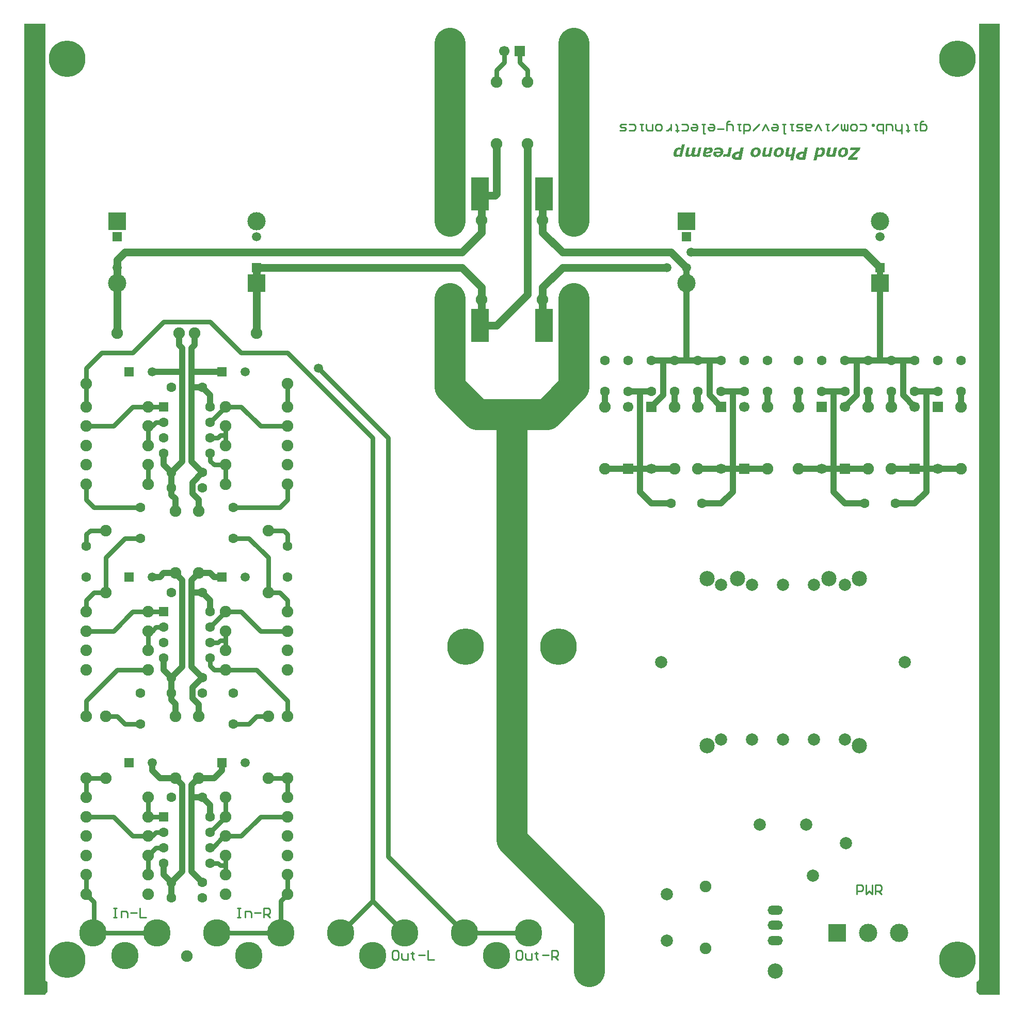
<source format=gtl>
%FSLAX24Y24*%
%MOIN*%
G70*
G01*
G75*
G04 Layer_Physical_Order=1*
G04 Layer_Color=255*
%ADD10R,0.1181X0.2165*%
%ADD11C,0.0300*%
%ADD12C,0.0400*%
%ADD13C,0.0500*%
%ADD14C,0.2000*%
%ADD15C,0.0100*%
%ADD16C,0.2362*%
%ADD17C,0.2362*%
%ADD18C,0.0787*%
%ADD19O,0.0984X0.0591*%
%ADD20C,0.0984*%
%ADD21C,0.0787*%
%ADD22C,0.0669*%
%ADD23R,0.0669X0.0669*%
%ADD24R,0.0669X0.0669*%
%ADD25C,0.0748*%
%ADD26C,0.0591*%
%ADD27R,0.0591X0.0591*%
%ADD28R,0.0591X0.0591*%
%ADD29C,0.0630*%
%ADD30R,0.1181X0.1181*%
%ADD31C,0.1181*%
%ADD32C,0.1181*%
%ADD33R,0.1181X0.1181*%
%ADD34C,0.1772*%
%ADD35C,0.0630*%
%ADD36R,0.0630X0.0630*%
%ADD37C,0.0748*%
%ADD38C,0.0512*%
%ADD39C,0.0500*%
%ADD40C,0.0591*%
G36*
X18923Y6473D02*
X18617D01*
X18598Y6475D01*
X18578Y6476D01*
X18556Y6478D01*
X18533Y6481D01*
X18512Y6485D01*
X18509D01*
X18501Y6487D01*
X18491Y6490D01*
X18477Y6492D01*
X18462Y6497D01*
X18446Y6504D01*
X18429Y6511D01*
X18413Y6520D01*
X18411Y6522D01*
X18406Y6525D01*
X18399Y6530D01*
X18390Y6538D01*
X18380Y6548D01*
X18369Y6560D01*
X18359Y6572D01*
X18350Y6588D01*
X18349Y6589D01*
X18347Y6595D01*
X18344Y6604D01*
X18339Y6615D01*
X18335Y6631D01*
X18333Y6647D01*
X18330Y6668D01*
X18329Y6689D01*
Y6690D01*
Y6695D01*
X18330Y6702D01*
Y6712D01*
X18333Y6723D01*
X18335Y6737D01*
X18339Y6753D01*
X18343Y6769D01*
X18349Y6787D01*
X18357Y6805D01*
X18367Y6822D01*
X18377Y6841D01*
X18391Y6860D01*
X18406Y6878D01*
X18424Y6896D01*
X18444Y6912D01*
X18446Y6914D01*
X18449Y6916D01*
X18456Y6920D01*
X18466Y6925D01*
X18477Y6933D01*
X18491Y6939D01*
X18509Y6947D01*
X18528Y6954D01*
X18550Y6963D01*
X18574Y6971D01*
X18600Y6977D01*
X18630Y6984D01*
X18660Y6990D01*
X18693Y6994D01*
X18729Y6996D01*
X18767Y6997D01*
X18843D01*
X18901Y7250D01*
X19102D01*
X18923Y6473D01*
D02*
G37*
G36*
X22467Y7108D02*
X21953Y6621D01*
X22336D01*
X22303Y6473D01*
X21689D01*
X21723Y6618D01*
X22235Y7103D01*
X21813D01*
X21849Y7250D01*
X22500D01*
X22467Y7108D01*
D02*
G37*
G36*
X16701Y6664D02*
X16512D01*
X16527Y6728D01*
X16526D01*
X16524Y6727D01*
X16517Y6722D01*
X16505Y6716D01*
X16491Y6707D01*
X16475Y6698D01*
X16458Y6688D01*
X16439Y6679D01*
X16421Y6670D01*
X16419Y6669D01*
X16413Y6666D01*
X16404Y6664D01*
X16390Y6659D01*
X16375Y6655D01*
X16356Y6652D01*
X16336Y6650D01*
X16315Y6648D01*
X16302D01*
X16288Y6651D01*
X16270Y6654D01*
X16250Y6657D01*
X16230Y6665D01*
X16210Y6674D01*
X16192Y6687D01*
X16189Y6688D01*
X16184Y6694D01*
X16178Y6703D01*
X16169Y6714D01*
X16161Y6731D01*
X16154Y6750D01*
X16149Y6773D01*
X16147Y6798D01*
Y6800D01*
Y6801D01*
Y6808D01*
X16149Y6819D01*
X16150Y6833D01*
Y6834D01*
Y6835D01*
X16151Y6839D01*
Y6844D01*
X16154Y6855D01*
X16156Y6869D01*
X16244Y7250D01*
X16433D01*
X16368Y6961D01*
Y6959D01*
X16367Y6956D01*
X16366Y6949D01*
X16364Y6942D01*
X16361Y6924D01*
X16357Y6906D01*
Y6905D01*
X16356Y6902D01*
Y6897D01*
X16354Y6892D01*
X16353Y6878D01*
Y6863D01*
Y6862D01*
Y6858D01*
X16354Y6852D01*
X16356Y6844D01*
X16361Y6827D01*
X16364Y6820D01*
X16371Y6813D01*
X16372Y6812D01*
X16375Y6811D01*
X16378Y6808D01*
X16385Y6805D01*
X16394Y6802D01*
X16404Y6800D01*
X16418Y6798D01*
X16433Y6797D01*
X16442D01*
X16448Y6798D01*
X16456Y6800D01*
X16465Y6801D01*
X16486Y6807D01*
X16487D01*
X16491Y6808D01*
X16498Y6811D01*
X16505Y6815D01*
X16515Y6819D01*
X16527Y6824D01*
X16552Y6836D01*
X16647Y7250D01*
X16835D01*
X16701Y6664D01*
D02*
G37*
G36*
X12104D02*
X11915D01*
X11931Y6728D01*
X11929D01*
X11928Y6727D01*
X11920Y6722D01*
X11910Y6716D01*
X11895Y6707D01*
X11880Y6698D01*
X11862Y6688D01*
X11844Y6679D01*
X11826Y6670D01*
X11824Y6669D01*
X11819Y6666D01*
X11809Y6664D01*
X11796Y6659D01*
X11781Y6655D01*
X11764Y6652D01*
X11745Y6650D01*
X11726Y6648D01*
X11716D01*
X11706Y6650D01*
X11692Y6652D01*
X11677Y6655D01*
X11660Y6660D01*
X11644Y6666D01*
X11628Y6675D01*
X11627Y6676D01*
X11622Y6680D01*
X11615Y6685D01*
X11607Y6694D01*
X11598Y6704D01*
X11588Y6718D01*
X11580Y6734D01*
X11573Y6751D01*
X11571D01*
X11570Y6749D01*
X11566Y6746D01*
X11561Y6742D01*
X11547Y6734D01*
X11531Y6722D01*
X11512Y6711D01*
X11490Y6698D01*
X11470Y6685D01*
X11448Y6675D01*
X11447D01*
X11446Y6674D01*
X11438Y6671D01*
X11428Y6666D01*
X11414Y6661D01*
X11398Y6657D01*
X11380Y6652D01*
X11359Y6650D01*
X11340Y6648D01*
X11328D01*
X11314Y6651D01*
X11297Y6654D01*
X11278Y6657D01*
X11259Y6665D01*
X11240Y6674D01*
X11224Y6687D01*
X11222Y6688D01*
X11217Y6694D01*
X11211Y6702D01*
X11202Y6714D01*
X11194Y6730D01*
X11188Y6749D01*
X11183Y6770D01*
X11182Y6796D01*
Y6797D01*
Y6798D01*
Y6806D01*
X11183Y6817D01*
X11184Y6831D01*
Y6833D01*
Y6834D01*
X11186Y6838D01*
Y6843D01*
X11188Y6855D01*
X11192Y6869D01*
X11279Y7250D01*
X11471D01*
X11403Y6958D01*
Y6957D01*
X11401Y6953D01*
X11400Y6947D01*
X11399Y6939D01*
X11395Y6921D01*
X11391Y6901D01*
Y6900D01*
X11390Y6896D01*
X11389Y6891D01*
X11387Y6885D01*
X11386Y6869D01*
X11385Y6855D01*
Y6854D01*
Y6850D01*
X11386Y6845D01*
X11387Y6839D01*
X11391Y6825D01*
X11396Y6819D01*
X11401Y6812D01*
X11403Y6811D01*
X11405Y6810D01*
X11409Y6807D01*
X11415Y6805D01*
X11423Y6802D01*
X11433Y6800D01*
X11446Y6797D01*
X11469D01*
X11474Y6798D01*
X11489Y6801D01*
X11507Y6807D01*
X11508D01*
X11512Y6808D01*
X11517Y6811D01*
X11524Y6815D01*
X11533Y6819D01*
X11543Y6824D01*
X11556Y6830D01*
X11569Y6836D01*
X11664Y7250D01*
X11854D01*
X11787Y6958D01*
Y6957D01*
X11786Y6953D01*
X11785Y6948D01*
X11783Y6942D01*
X11782Y6934D01*
X11779Y6924D01*
X11776Y6904D01*
Y6902D01*
X11774Y6898D01*
X11773Y6893D01*
X11772Y6886D01*
X11771Y6872D01*
X11769Y6864D01*
Y6858D01*
Y6857D01*
Y6853D01*
X11771Y6846D01*
X11772Y6840D01*
X11776Y6825D01*
X11781Y6819D01*
X11786Y6812D01*
X11787Y6811D01*
X11790Y6810D01*
X11793Y6807D01*
X11800Y6805D01*
X11807Y6802D01*
X11818Y6800D01*
X11830Y6797D01*
X11854D01*
X11861Y6798D01*
X11876Y6802D01*
X11895Y6808D01*
X11896D01*
X11900Y6810D01*
X11905Y6812D01*
X11913Y6816D01*
X11922Y6820D01*
X11932Y6825D01*
X11956Y6836D01*
X12051Y7250D01*
X12239D01*
X12104Y6664D01*
D02*
G37*
G36*
X21452Y7266D02*
X21463Y7265D01*
X21475Y7264D01*
X21489Y7263D01*
X21504Y7260D01*
X21537Y7253D01*
X21570Y7241D01*
X21586Y7235D01*
X21602Y7226D01*
X21617Y7217D01*
X21631Y7206D01*
X21632Y7204D01*
X21633Y7203D01*
X21637Y7199D01*
X21642Y7194D01*
X21647Y7188D01*
X21652Y7180D01*
X21659Y7171D01*
X21665Y7161D01*
X21673Y7148D01*
X21679Y7136D01*
X21689Y7107D01*
X21698Y7072D01*
X21699Y7053D01*
X21701Y7033D01*
Y7032D01*
Y7029D01*
Y7025D01*
Y7019D01*
X21699Y7013D01*
Y7004D01*
X21697Y6985D01*
X21694Y6962D01*
X21690Y6937D01*
X21684Y6911D01*
X21675Y6885D01*
Y6883D01*
X21674Y6881D01*
X21673Y6878D01*
X21670Y6873D01*
X21664Y6859D01*
X21655Y6843D01*
X21645Y6822D01*
X21631Y6802D01*
X21616Y6780D01*
X21598Y6760D01*
X21595Y6758D01*
X21589Y6751D01*
X21579Y6742D01*
X21563Y6730D01*
X21546Y6717D01*
X21525Y6703D01*
X21501Y6690D01*
X21476Y6678D01*
X21475D01*
X21472Y6676D01*
X21468Y6675D01*
X21463Y6673D01*
X21457Y6670D01*
X21448Y6668D01*
X21429Y6661D01*
X21405Y6656D01*
X21377Y6651D01*
X21346Y6647D01*
X21313Y6646D01*
X21301D01*
X21292Y6647D01*
X21280D01*
X21268Y6650D01*
X21254Y6651D01*
X21239Y6654D01*
X21206Y6661D01*
X21173Y6673D01*
X21156Y6679D01*
X21141Y6688D01*
X21126Y6697D01*
X21112Y6708D01*
X21110Y6709D01*
X21109Y6711D01*
X21105Y6714D01*
X21100Y6720D01*
X21095Y6726D01*
X21090Y6734D01*
X21084Y6742D01*
X21076Y6753D01*
X21070Y6764D01*
X21063Y6777D01*
X21053Y6807D01*
X21044Y6840D01*
X21043Y6859D01*
X21042Y6879D01*
Y6881D01*
Y6883D01*
Y6887D01*
Y6893D01*
X21043Y6901D01*
Y6910D01*
X21046Y6930D01*
X21048Y6953D01*
X21053Y6980D01*
X21061Y7006D01*
X21070Y7034D01*
Y7036D01*
X21071Y7037D01*
X21072Y7041D01*
X21075Y7046D01*
X21081Y7060D01*
X21090Y7076D01*
X21102Y7095D01*
X21114Y7117D01*
X21131Y7137D01*
X21149Y7157D01*
X21151Y7160D01*
X21157Y7166D01*
X21169Y7175D01*
X21183Y7188D01*
X21201Y7201D01*
X21221Y7214D01*
X21244Y7228D01*
X21269Y7240D01*
X21270D01*
X21272Y7241D01*
X21275Y7242D01*
X21282Y7244D01*
X21288Y7246D01*
X21296Y7249D01*
X21315Y7254D01*
X21339Y7259D01*
X21366Y7264D01*
X21397Y7266D01*
X21430Y7268D01*
X21443D01*
X21452Y7266D01*
D02*
G37*
G36*
X17301D02*
X17312Y7265D01*
X17324Y7264D01*
X17338Y7263D01*
X17353Y7260D01*
X17386Y7253D01*
X17419Y7241D01*
X17435Y7235D01*
X17451Y7226D01*
X17466Y7217D01*
X17480Y7206D01*
X17481Y7204D01*
X17482Y7203D01*
X17486Y7199D01*
X17491Y7194D01*
X17496Y7188D01*
X17501Y7180D01*
X17508Y7171D01*
X17514Y7161D01*
X17522Y7148D01*
X17528Y7136D01*
X17538Y7107D01*
X17547Y7072D01*
X17548Y7053D01*
X17550Y7033D01*
Y7032D01*
Y7029D01*
Y7025D01*
Y7019D01*
X17548Y7013D01*
Y7004D01*
X17546Y6985D01*
X17543Y6962D01*
X17539Y6937D01*
X17533Y6911D01*
X17524Y6885D01*
Y6883D01*
X17523Y6881D01*
X17522Y6878D01*
X17519Y6873D01*
X17513Y6859D01*
X17504Y6843D01*
X17494Y6822D01*
X17480Y6802D01*
X17465Y6780D01*
X17447Y6760D01*
X17444Y6758D01*
X17438Y6751D01*
X17428Y6742D01*
X17413Y6730D01*
X17395Y6717D01*
X17375Y6703D01*
X17350Y6690D01*
X17325Y6678D01*
X17324D01*
X17321Y6676D01*
X17317Y6675D01*
X17312Y6673D01*
X17306Y6670D01*
X17297Y6668D01*
X17278Y6661D01*
X17254Y6656D01*
X17226Y6651D01*
X17196Y6647D01*
X17163Y6646D01*
X17150D01*
X17141Y6647D01*
X17130D01*
X17117Y6650D01*
X17103Y6651D01*
X17088Y6654D01*
X17055Y6661D01*
X17022Y6673D01*
X17005Y6679D01*
X16990Y6688D01*
X16975Y6697D01*
X16961Y6708D01*
X16960Y6709D01*
X16958Y6711D01*
X16954Y6714D01*
X16949Y6720D01*
X16944Y6726D01*
X16939Y6734D01*
X16933Y6742D01*
X16925Y6753D01*
X16919Y6764D01*
X16913Y6777D01*
X16902Y6807D01*
X16894Y6840D01*
X16892Y6859D01*
X16891Y6879D01*
Y6881D01*
Y6883D01*
Y6887D01*
Y6893D01*
X16892Y6901D01*
Y6910D01*
X16895Y6930D01*
X16897Y6953D01*
X16902Y6980D01*
X16910Y7006D01*
X16919Y7034D01*
Y7036D01*
X16920Y7037D01*
X16921Y7041D01*
X16924Y7046D01*
X16930Y7060D01*
X16939Y7076D01*
X16951Y7095D01*
X16963Y7117D01*
X16980Y7137D01*
X16998Y7157D01*
X17000Y7160D01*
X17006Y7166D01*
X17018Y7175D01*
X17032Y7188D01*
X17050Y7201D01*
X17070Y7214D01*
X17093Y7228D01*
X17118Y7240D01*
X17119D01*
X17121Y7241D01*
X17125Y7242D01*
X17131Y7244D01*
X17137Y7246D01*
X17145Y7249D01*
X17164Y7254D01*
X17188Y7259D01*
X17215Y7264D01*
X17246Y7266D01*
X17279Y7268D01*
X17292D01*
X17301Y7266D01*
D02*
G37*
G36*
X13356Y7265D02*
X13368Y7264D01*
X13384Y7263D01*
X13399Y7261D01*
X13417Y7258D01*
X13453Y7250D01*
X13493Y7239D01*
X13510Y7231D01*
X13529Y7222D01*
X13546Y7212D01*
X13562Y7201D01*
X13564Y7199D01*
X13566Y7198D01*
X13570Y7194D01*
X13575Y7188D01*
X13581Y7181D01*
X13588Y7174D01*
X13595Y7164D01*
X13603Y7152D01*
X13611Y7141D01*
X13618Y7127D01*
X13625Y7112D01*
X13631Y7095D01*
X13636Y7077D01*
X13640Y7060D01*
X13642Y7039D01*
X13644Y7018D01*
Y7017D01*
Y7014D01*
Y7010D01*
Y7004D01*
X13642Y6997D01*
Y6989D01*
X13640Y6970D01*
X13637Y6947D01*
X13634Y6921D01*
X13627Y6896D01*
X13618Y6871D01*
Y6869D01*
X13617Y6868D01*
X13616Y6864D01*
X13613Y6859D01*
X13607Y6846D01*
X13598Y6830D01*
X13588Y6812D01*
X13574Y6792D01*
X13559Y6772D01*
X13541Y6753D01*
X13538Y6750D01*
X13532Y6745D01*
X13522Y6736D01*
X13508Y6725D01*
X13490Y6712D01*
X13470Y6699D01*
X13447Y6687D01*
X13422Y6675D01*
X13420D01*
X13418Y6674D01*
X13414Y6673D01*
X13409Y6670D01*
X13403Y6669D01*
X13394Y6666D01*
X13375Y6660D01*
X13351Y6655D01*
X13324Y6651D01*
X13295Y6647D01*
X13263Y6646D01*
X13250D01*
X13241Y6647D01*
X13230D01*
X13217Y6648D01*
X13203Y6650D01*
X13188Y6652D01*
X13156Y6659D01*
X13123Y6669D01*
X13093Y6681D01*
X13078Y6690D01*
X13065Y6699D01*
X13064D01*
X13062Y6702D01*
X13055Y6709D01*
X13043Y6722D01*
X13031Y6739D01*
X13019Y6761D01*
X13008Y6788D01*
X13000Y6820D01*
X12999Y6838D01*
X12998Y6857D01*
Y6858D01*
Y6863D01*
Y6869D01*
X12999Y6878D01*
Y6890D01*
X13000Y6901D01*
X13005Y6926D01*
Y6928D01*
X13007Y6931D01*
X13008Y6939D01*
X13010Y6947D01*
X13013Y6957D01*
X13017Y6968D01*
X13024Y6992D01*
X13460D01*
Y6995D01*
Y6999D01*
Y7000D01*
Y7005D01*
Y7006D01*
Y7008D01*
X13458Y7015D01*
X13457Y7027D01*
X13455Y7039D01*
X13449Y7055D01*
X13442Y7071D01*
X13432Y7086D01*
X13418Y7100D01*
X13415Y7102D01*
X13410Y7105D01*
X13400Y7112D01*
X13385Y7117D01*
X13367Y7123D01*
X13344Y7129D01*
X13318Y7133D01*
X13286Y7135D01*
X13276D01*
X13263Y7133D01*
X13248Y7132D01*
X13230Y7129D01*
X13210Y7126D01*
X13189Y7121D01*
X13169Y7114D01*
X13168D01*
X13167Y7113D01*
X13160Y7110D01*
X13149Y7107D01*
X13136Y7100D01*
X13121Y7094D01*
X13104Y7086D01*
X13088Y7077D01*
X13073Y7067D01*
X13051D01*
X13087Y7218D01*
X13089Y7220D01*
X13095Y7222D01*
X13107Y7226D01*
X13121Y7232D01*
X13139Y7237D01*
X13158Y7244D01*
X13179Y7249D01*
X13202Y7254D01*
X13205D01*
X13208Y7255D01*
X13212Y7256D01*
X13225Y7258D01*
X13241Y7260D01*
X13260Y7263D01*
X13282Y7264D01*
X13306Y7266D01*
X13345D01*
X13356Y7265D01*
D02*
G37*
G36*
X15807Y7266D02*
X15819Y7265D01*
X15830Y7264D01*
X15844Y7263D01*
X15859Y7260D01*
X15892Y7253D01*
X15925Y7241D01*
X15942Y7235D01*
X15957Y7226D01*
X15972Y7217D01*
X15986Y7206D01*
X15987Y7204D01*
X15989Y7203D01*
X15993Y7199D01*
X15998Y7194D01*
X16003Y7188D01*
X16008Y7180D01*
X16014Y7171D01*
X16020Y7161D01*
X16028Y7148D01*
X16034Y7136D01*
X16045Y7107D01*
X16053Y7072D01*
X16055Y7053D01*
X16056Y7033D01*
Y7032D01*
Y7029D01*
Y7025D01*
Y7019D01*
X16055Y7013D01*
Y7004D01*
X16052Y6985D01*
X16050Y6962D01*
X16046Y6937D01*
X16040Y6911D01*
X16031Y6885D01*
Y6883D01*
X16029Y6881D01*
X16028Y6878D01*
X16026Y6873D01*
X16019Y6859D01*
X16010Y6843D01*
X16000Y6822D01*
X15986Y6802D01*
X15971Y6780D01*
X15953Y6760D01*
X15951Y6758D01*
X15944Y6751D01*
X15934Y6742D01*
X15919Y6730D01*
X15901Y6717D01*
X15881Y6703D01*
X15857Y6690D01*
X15831Y6678D01*
X15830D01*
X15828Y6676D01*
X15824Y6675D01*
X15819Y6673D01*
X15812Y6670D01*
X15803Y6668D01*
X15784Y6661D01*
X15760Y6656D01*
X15732Y6651D01*
X15702Y6647D01*
X15669Y6646D01*
X15656D01*
X15647Y6647D01*
X15636D01*
X15623Y6650D01*
X15609Y6651D01*
X15594Y6654D01*
X15561Y6661D01*
X15528Y6673D01*
X15512Y6679D01*
X15496Y6688D01*
X15481Y6697D01*
X15467Y6708D01*
X15466Y6709D01*
X15465Y6711D01*
X15461Y6714D01*
X15456Y6720D01*
X15451Y6726D01*
X15446Y6734D01*
X15439Y6742D01*
X15432Y6753D01*
X15425Y6764D01*
X15419Y6777D01*
X15409Y6807D01*
X15400Y6840D01*
X15399Y6859D01*
X15397Y6879D01*
Y6881D01*
Y6883D01*
Y6887D01*
Y6893D01*
X15399Y6901D01*
Y6910D01*
X15401Y6930D01*
X15404Y6953D01*
X15409Y6980D01*
X15416Y7006D01*
X15425Y7034D01*
Y7036D01*
X15427Y7037D01*
X15428Y7041D01*
X15430Y7046D01*
X15437Y7060D01*
X15446Y7076D01*
X15457Y7095D01*
X15470Y7117D01*
X15486Y7137D01*
X15504Y7157D01*
X15507Y7160D01*
X15513Y7166D01*
X15524Y7175D01*
X15538Y7188D01*
X15556Y7201D01*
X15576Y7214D01*
X15599Y7228D01*
X15625Y7240D01*
X15626D01*
X15627Y7241D01*
X15631Y7242D01*
X15637Y7244D01*
X15644Y7246D01*
X15651Y7249D01*
X15670Y7254D01*
X15694Y7259D01*
X15721Y7264D01*
X15753Y7266D01*
X15786Y7268D01*
X15798D01*
X15807Y7266D01*
D02*
G37*
G36*
X18142Y6438D02*
X17953D01*
X18020Y6730D01*
X18019D01*
X18018Y6728D01*
X18010Y6723D01*
X18000Y6717D01*
X17986Y6708D01*
X17970Y6698D01*
X17952Y6688D01*
X17933Y6679D01*
X17915Y6670D01*
X17913Y6669D01*
X17906Y6666D01*
X17897Y6664D01*
X17883Y6659D01*
X17868Y6655D01*
X17849Y6652D01*
X17830Y6650D01*
X17809Y6648D01*
X17796D01*
X17781Y6651D01*
X17763Y6654D01*
X17744Y6659D01*
X17722Y6665D01*
X17703Y6675D01*
X17685Y6688D01*
X17683Y6689D01*
X17678Y6695D01*
X17671Y6704D01*
X17663Y6716D01*
X17655Y6732D01*
X17647Y6751D01*
X17642Y6773D01*
X17641Y6798D01*
Y6801D01*
Y6806D01*
X17642Y6816D01*
X17644Y6830D01*
Y6831D01*
Y6834D01*
X17645Y6838D01*
Y6843D01*
X17647Y6855D01*
X17650Y6869D01*
X17739Y7250D01*
X17928D01*
X17862Y6961D01*
Y6959D01*
X17861Y6956D01*
X17859Y6949D01*
X17858Y6942D01*
X17854Y6923D01*
X17850Y6905D01*
Y6904D01*
X17849Y6901D01*
Y6896D01*
X17848Y6891D01*
X17847Y6877D01*
X17845Y6863D01*
Y6862D01*
Y6858D01*
X17847Y6852D01*
X17848Y6844D01*
X17853Y6827D01*
X17857Y6820D01*
X17863Y6813D01*
X17864Y6812D01*
X17867Y6811D01*
X17871Y6808D01*
X17878Y6805D01*
X17887Y6802D01*
X17897Y6800D01*
X17911Y6798D01*
X17928Y6797D01*
X17937D01*
X17942Y6798D01*
X17949Y6800D01*
X17958Y6801D01*
X17980Y6807D01*
X17981D01*
X17985Y6808D01*
X17991Y6811D01*
X17999Y6815D01*
X18009Y6819D01*
X18019Y6824D01*
X18045Y6836D01*
X18141Y7250D01*
X18329D01*
X18142Y6438D01*
D02*
G37*
G36*
X-30153Y-46500D02*
X-30141Y-46559D01*
X-30108Y-46608D01*
X-30059Y-46641D01*
X-30000Y-46653D01*
Y-47347D01*
X-30059Y-47359D01*
X-30108Y-47392D01*
X-30141Y-47441D01*
X-30153Y-47500D01*
X-31500D01*
Y15250D01*
X-30153D01*
Y-46500D01*
D02*
G37*
G36*
X31500Y-47500D02*
X30153D01*
X30141Y-47441D01*
X30108Y-47392D01*
X30059Y-47359D01*
X30000Y-47347D01*
Y-46653D01*
X30059Y-46641D01*
X30108Y-46608D01*
X30141Y-46559D01*
X30153Y-46500D01*
Y15250D01*
X31500D01*
Y-47500D01*
D02*
G37*
G36*
X10972Y6664D02*
X10783D01*
X10797Y6726D01*
X10795Y6725D01*
X10788Y6720D01*
X10778Y6713D01*
X10766Y6704D01*
X10750Y6695D01*
X10735Y6687D01*
X10717Y6676D01*
X10701Y6669D01*
X10698Y6668D01*
X10693Y6665D01*
X10683Y6662D01*
X10672Y6659D01*
X10656Y6655D01*
X10639Y6651D01*
X10621Y6650D01*
X10601Y6648D01*
X10592D01*
X10585Y6650D01*
X10579D01*
X10570Y6651D01*
X10550Y6655D01*
X10528Y6661D01*
X10505Y6671D01*
X10484Y6685D01*
X10474Y6693D01*
X10465Y6703D01*
X10462Y6706D01*
X10457Y6713D01*
X10450Y6726D01*
X10441Y6742D01*
X10432Y6764D01*
X10424Y6789D01*
X10419Y6819D01*
X10417Y6853D01*
Y6854D01*
Y6857D01*
Y6860D01*
Y6867D01*
X10418Y6873D01*
Y6882D01*
X10420Y6902D01*
X10423Y6926D01*
X10428Y6952D01*
X10434Y6980D01*
X10443Y7009D01*
Y7010D01*
X10445Y7013D01*
X10446Y7017D01*
X10448Y7022D01*
X10455Y7036D01*
X10462Y7053D01*
X10472Y7074D01*
X10485Y7096D01*
X10499Y7118D01*
X10516Y7140D01*
X10518Y7142D01*
X10523Y7150D01*
X10533Y7160D01*
X10546Y7173D01*
X10563Y7188D01*
X10580Y7202D01*
X10601Y7217D01*
X10622Y7230D01*
X10623D01*
X10625Y7231D01*
X10632Y7235D01*
X10645Y7240D01*
X10661Y7245D01*
X10681Y7251D01*
X10703Y7256D01*
X10729Y7260D01*
X10755Y7261D01*
X10772D01*
X10783Y7260D01*
X10797Y7259D01*
X10811Y7258D01*
X10842Y7251D01*
X10843D01*
X10848Y7249D01*
X10856Y7247D01*
X10866Y7244D01*
X10876Y7240D01*
X10889Y7233D01*
X10913Y7221D01*
X10970Y7464D01*
X11158D01*
X10972Y6664D01*
D02*
G37*
G36*
X20037Y7265D02*
X20044D01*
X20052Y7264D01*
X20071Y7260D01*
X20094Y7253D01*
X20116Y7244D01*
X20138Y7230D01*
X20149Y7222D01*
X20159Y7212D01*
Y7211D01*
X20161Y7209D01*
X20164Y7206D01*
X20166Y7202D01*
X20175Y7189D01*
X20184Y7171D01*
X20193Y7148D01*
X20202Y7122D01*
X20207Y7090D01*
X20209Y7055D01*
Y7053D01*
Y7051D01*
Y7047D01*
Y7041D01*
X20208Y7033D01*
Y7024D01*
X20206Y7004D01*
X20203Y6980D01*
X20198Y6953D01*
X20192Y6926D01*
X20183Y6898D01*
Y6897D01*
X20182Y6895D01*
X20180Y6891D01*
X20178Y6886D01*
X20171Y6872D01*
X20164Y6854D01*
X20154Y6835D01*
X20141Y6812D01*
X20126Y6791D01*
X20109Y6769D01*
Y6768D01*
X20107Y6767D01*
X20102Y6760D01*
X20091Y6750D01*
X20079Y6737D01*
X20062Y6723D01*
X20044Y6708D01*
X20024Y6694D01*
X20001Y6681D01*
X20000D01*
X19999Y6680D01*
X19995Y6679D01*
X19990Y6676D01*
X19977Y6671D01*
X19961Y6665D01*
X19940Y6659D01*
X19919Y6654D01*
X19893Y6650D01*
X19868Y6648D01*
X19852D01*
X19840Y6650D01*
X19827Y6651D01*
X19814Y6652D01*
X19786Y6659D01*
X19784D01*
X19779Y6660D01*
X19772Y6662D01*
X19763Y6666D01*
X19751Y6670D01*
X19739Y6675D01*
X19712Y6689D01*
X19654Y6438D01*
X19465D01*
X19654Y7250D01*
X19841D01*
X19827Y7189D01*
X19829Y7190D01*
X19833Y7192D01*
X19838Y7195D01*
X19844Y7199D01*
X19859Y7209D01*
X19876Y7221D01*
X19877D01*
X19880Y7223D01*
X19883Y7226D01*
X19888Y7230D01*
X19904Y7237D01*
X19921Y7246D01*
X19923D01*
X19925Y7247D01*
X19930Y7249D01*
X19937Y7251D01*
X19952Y7256D01*
X19968Y7260D01*
X19970D01*
X19972Y7261D01*
X19977Y7263D01*
X19984D01*
X19991Y7264D01*
X20001Y7265D01*
X20023Y7266D01*
X20031D01*
X20037Y7265D01*
D02*
G37*
G36*
X14059Y6664D02*
X13870D01*
X13890Y6750D01*
X13887Y6749D01*
X13881Y6744D01*
X13870Y6736D01*
X13857Y6727D01*
X13840Y6717D01*
X13823Y6707D01*
X13804Y6697D01*
X13783Y6687D01*
X13781Y6685D01*
X13774Y6683D01*
X13763Y6679D01*
X13750Y6674D01*
X13734Y6670D01*
X13715Y6666D01*
X13696Y6664D01*
X13675Y6662D01*
X13661D01*
X13654Y6664D01*
X13639D01*
X13631Y6665D01*
X13674Y6844D01*
X13691D01*
X13693Y6843D01*
X13699Y6841D01*
X13711Y6840D01*
X13726Y6838D01*
X13730D01*
X13735Y6836D01*
X13740D01*
X13755Y6835D01*
X13786D01*
X13795Y6836D01*
X13805D01*
X13817Y6838D01*
X13843Y6841D01*
X13844D01*
X13849Y6843D01*
X13856Y6844D01*
X13864Y6845D01*
X13876Y6848D01*
X13887Y6852D01*
X13914Y6859D01*
X14005Y7250D01*
X14193D01*
X14059Y6664D01*
D02*
G37*
G36*
X20852D02*
X20662D01*
X20678Y6728D01*
X20676D01*
X20675Y6727D01*
X20668Y6722D01*
X20656Y6716D01*
X20642Y6707D01*
X20626Y6698D01*
X20609Y6688D01*
X20590Y6679D01*
X20572Y6670D01*
X20570Y6669D01*
X20564Y6666D01*
X20555Y6664D01*
X20541Y6659D01*
X20525Y6655D01*
X20506Y6652D01*
X20487Y6650D01*
X20466Y6648D01*
X20453D01*
X20439Y6651D01*
X20421Y6654D01*
X20401Y6657D01*
X20381Y6665D01*
X20360Y6674D01*
X20343Y6687D01*
X20340Y6688D01*
X20335Y6694D01*
X20329Y6703D01*
X20320Y6714D01*
X20312Y6731D01*
X20305Y6750D01*
X20300Y6773D01*
X20298Y6798D01*
Y6800D01*
Y6801D01*
Y6808D01*
X20300Y6819D01*
X20301Y6833D01*
Y6834D01*
Y6835D01*
X20302Y6839D01*
Y6844D01*
X20305Y6855D01*
X20307Y6869D01*
X20395Y7250D01*
X20584D01*
X20519Y6961D01*
Y6959D01*
X20518Y6956D01*
X20517Y6949D01*
X20515Y6942D01*
X20511Y6924D01*
X20508Y6906D01*
Y6905D01*
X20506Y6902D01*
Y6897D01*
X20505Y6892D01*
X20504Y6878D01*
Y6863D01*
Y6862D01*
Y6858D01*
X20505Y6852D01*
X20506Y6844D01*
X20511Y6827D01*
X20515Y6820D01*
X20522Y6813D01*
X20523Y6812D01*
X20525Y6811D01*
X20529Y6808D01*
X20536Y6805D01*
X20544Y6802D01*
X20555Y6800D01*
X20569Y6798D01*
X20584Y6797D01*
X20593D01*
X20599Y6798D01*
X20607Y6800D01*
X20616Y6801D01*
X20637Y6807D01*
X20638D01*
X20642Y6808D01*
X20649Y6811D01*
X20656Y6815D01*
X20666Y6819D01*
X20678Y6824D01*
X20703Y6836D01*
X20798Y7250D01*
X20986D01*
X20852Y6664D01*
D02*
G37*
G36*
X12810Y7265D02*
X12823Y7264D01*
X12839Y7261D01*
X12858Y7256D01*
X12878Y7249D01*
X12899Y7240D01*
X12917Y7226D01*
X12919Y7223D01*
X12924Y7218D01*
X12930Y7209D01*
X12939Y7197D01*
X12948Y7181D01*
X12955Y7164D01*
X12960Y7143D01*
X12962Y7119D01*
Y7118D01*
Y7117D01*
Y7113D01*
Y7108D01*
X12961Y7095D01*
X12958Y7079D01*
X12955Y7060D01*
X12948Y7041D01*
X12941Y7020D01*
X12930Y7001D01*
X12929Y6999D01*
X12924Y6994D01*
X12917Y6985D01*
X12906Y6973D01*
X12892Y6961D01*
X12876Y6948D01*
X12856Y6935D01*
X12833Y6924D01*
X12831D01*
X12830Y6923D01*
X12826Y6921D01*
X12823Y6920D01*
X12810Y6915D01*
X12792Y6909D01*
X12772Y6902D01*
X12746Y6896D01*
X12720Y6891D01*
X12689Y6886D01*
X12686D01*
X12680Y6885D01*
X12674Y6883D01*
X12667Y6882D01*
X12658D01*
X12647Y6879D01*
X12635Y6878D01*
X12608Y6876D01*
X12578Y6872D01*
X12545Y6869D01*
X12509Y6867D01*
Y6864D01*
Y6862D01*
X12508Y6858D01*
Y6857D01*
X12507Y6853D01*
X12505Y6848D01*
Y6841D01*
Y6840D01*
Y6835D01*
X12507Y6829D01*
X12509Y6821D01*
X12514Y6812D01*
X12519Y6805D01*
X12528Y6797D01*
X12540Y6791D01*
X12541Y6789D01*
X12546Y6788D01*
X12554Y6786D01*
X12565Y6783D01*
X12579Y6780D01*
X12597Y6778D01*
X12617Y6775D01*
X12649D01*
X12659Y6777D01*
X12672Y6778D01*
X12687Y6779D01*
X12705Y6782D01*
X12724Y6787D01*
X12744Y6792D01*
X12746D01*
X12753Y6794D01*
X12763Y6797D01*
X12776Y6801D01*
X12788Y6805D01*
X12802Y6808D01*
X12816Y6813D01*
X12828Y6817D01*
X12844D01*
X12818Y6678D01*
X12816D01*
X12811Y6676D01*
X12804Y6674D01*
X12792Y6671D01*
X12778Y6669D01*
X12760Y6666D01*
X12740Y6662D01*
X12716Y6659D01*
X12713D01*
X12710Y6657D01*
X12705D01*
X12691Y6655D01*
X12673Y6652D01*
X12653Y6651D01*
X12630Y6648D01*
X12604Y6647D01*
X12556D01*
X12545Y6648D01*
X12532D01*
X12518Y6650D01*
X12503Y6652D01*
X12470Y6656D01*
X12436Y6662D01*
X12404Y6671D01*
X12390Y6678D01*
X12377Y6684D01*
X12376D01*
X12375Y6685D01*
X12367Y6690D01*
X12357Y6699D01*
X12344Y6711D01*
X12333Y6727D01*
X12323Y6746D01*
X12315Y6769D01*
X12314Y6782D01*
X12312Y6796D01*
Y6797D01*
Y6803D01*
X12314Y6811D01*
X12315Y6822D01*
Y6824D01*
Y6825D01*
X12316Y6833D01*
X12318Y6841D01*
X12320Y6852D01*
X12411Y7250D01*
X12597D01*
X12583Y7189D01*
X12584D01*
X12585Y7192D01*
X12589Y7194D01*
X12594Y7197D01*
X12608Y7206D01*
X12626Y7217D01*
X12627D01*
X12630Y7220D01*
X12635Y7222D01*
X12641Y7226D01*
X12655Y7233D01*
X12672Y7242D01*
X12673D01*
X12677Y7244D01*
X12682Y7246D01*
X12689Y7249D01*
X12707Y7255D01*
X12726Y7260D01*
X12727D01*
X12731Y7261D01*
X12736Y7263D01*
X12744D01*
X12754Y7264D01*
X12767Y7265D01*
X12781Y7266D01*
X12805D01*
X12810Y7265D01*
D02*
G37*
G36*
X14787Y6473D02*
X14481D01*
X14462Y6475D01*
X14442Y6476D01*
X14420Y6478D01*
X14397Y6481D01*
X14376Y6485D01*
X14373D01*
X14366Y6487D01*
X14356Y6490D01*
X14342Y6492D01*
X14326Y6497D01*
X14310Y6504D01*
X14293Y6511D01*
X14277Y6520D01*
X14276Y6522D01*
X14271Y6525D01*
X14263Y6530D01*
X14254Y6538D01*
X14244Y6548D01*
X14234Y6560D01*
X14224Y6572D01*
X14215Y6588D01*
X14213Y6589D01*
X14211Y6595D01*
X14208Y6604D01*
X14203Y6615D01*
X14199Y6631D01*
X14197Y6647D01*
X14194Y6668D01*
X14193Y6689D01*
Y6690D01*
Y6695D01*
X14194Y6702D01*
Y6712D01*
X14197Y6723D01*
X14199Y6737D01*
X14203Y6753D01*
X14207Y6769D01*
X14213Y6787D01*
X14221Y6805D01*
X14231Y6822D01*
X14241Y6841D01*
X14255Y6860D01*
X14271Y6878D01*
X14288Y6896D01*
X14309Y6912D01*
X14310Y6914D01*
X14314Y6916D01*
X14320Y6920D01*
X14330Y6925D01*
X14342Y6933D01*
X14356Y6939D01*
X14373Y6947D01*
X14392Y6954D01*
X14414Y6963D01*
X14438Y6971D01*
X14465Y6977D01*
X14494Y6984D01*
X14524Y6990D01*
X14557Y6994D01*
X14593Y6996D01*
X14631Y6997D01*
X14707D01*
X14765Y7250D01*
X14966D01*
X14787Y6473D01*
D02*
G37*
%LPC*%
G36*
X14673Y6850D02*
X14585D01*
X14578Y6849D01*
X14569Y6848D01*
X14548Y6845D01*
X14526Y6841D01*
X14501Y6835D01*
X14479Y6826D01*
X14458Y6813D01*
X14456Y6812D01*
X14451Y6806D01*
X14442Y6798D01*
X14433Y6786D01*
X14424Y6770D01*
X14415Y6753D01*
X14410Y6731D01*
X14408Y6707D01*
Y6704D01*
Y6699D01*
X14409Y6692D01*
X14411Y6681D01*
X14415Y6670D01*
X14422Y6659D01*
X14429Y6648D01*
X14441Y6640D01*
X14442Y6638D01*
X14447Y6636D01*
X14455Y6632D01*
X14465Y6628D01*
X14479Y6624D01*
X14495Y6621D01*
X14515Y6618D01*
X14538Y6617D01*
X14618D01*
X14673Y6850D01*
D02*
G37*
G36*
X18808D02*
X18721D01*
X18713Y6849D01*
X18704Y6848D01*
X18684Y6845D01*
X18661Y6841D01*
X18637Y6835D01*
X18614Y6826D01*
X18594Y6813D01*
X18591Y6812D01*
X18586Y6806D01*
X18578Y6798D01*
X18569Y6786D01*
X18560Y6770D01*
X18551Y6753D01*
X18546Y6731D01*
X18543Y6707D01*
Y6704D01*
Y6699D01*
X18545Y6692D01*
X18547Y6681D01*
X18551Y6670D01*
X18557Y6659D01*
X18565Y6648D01*
X18576Y6640D01*
X18578Y6638D01*
X18583Y6636D01*
X18590Y6632D01*
X18600Y6628D01*
X18614Y6624D01*
X18631Y6621D01*
X18651Y6618D01*
X18674Y6617D01*
X18754D01*
X18808Y6850D01*
D02*
G37*
G36*
X19914Y7128D02*
X19909D01*
X19904Y7127D01*
X19897D01*
X19890Y7126D01*
X19881Y7123D01*
X19860Y7117D01*
X19859D01*
X19855Y7114D01*
X19850Y7112D01*
X19843Y7109D01*
X19825Y7100D01*
X19805Y7090D01*
X19739Y6803D01*
X19740D01*
X19741Y6802D01*
X19745Y6801D01*
X19749Y6798D01*
X19763Y6794D01*
X19779Y6789D01*
X19781D01*
X19783Y6788D01*
X19788Y6787D01*
X19793Y6786D01*
X19807Y6784D01*
X19822Y6783D01*
X19830D01*
X19839Y6784D01*
X19849Y6786D01*
X19862Y6788D01*
X19876Y6792D01*
X19890Y6797D01*
X19904Y6803D01*
X19905Y6805D01*
X19910Y6807D01*
X19916Y6811D01*
X19925Y6817D01*
X19935Y6825D01*
X19945Y6835D01*
X19956Y6845D01*
X19966Y6858D01*
X19967Y6859D01*
X19970Y6863D01*
X19973Y6871D01*
X19978Y6879D01*
X19985Y6891D01*
X19990Y6904D01*
X19996Y6919D01*
X20001Y6937D01*
Y6939D01*
X20004Y6944D01*
X20005Y6954D01*
X20008Y6966D01*
X20010Y6980D01*
X20011Y6995D01*
X20014Y7028D01*
Y7030D01*
Y7037D01*
X20013Y7046D01*
X20011Y7057D01*
X20008Y7070D01*
X20004Y7082D01*
X19998Y7095D01*
X19990Y7105D01*
X19989Y7107D01*
X19985Y7109D01*
X19980Y7113D01*
X19971Y7117D01*
X19961Y7121D01*
X19947Y7124D01*
X19932Y7127D01*
X19914Y7128D01*
D02*
G37*
G36*
X10804Y7131D02*
X10796D01*
X10787Y7129D01*
X10776Y7128D01*
X10763Y7126D01*
X10749Y7123D01*
X10735Y7118D01*
X10721Y7112D01*
X10720Y7110D01*
X10715Y7108D01*
X10708Y7103D01*
X10700Y7098D01*
X10691Y7089D01*
X10681Y7080D01*
X10670Y7070D01*
X10661Y7057D01*
X10660Y7056D01*
X10658Y7051D01*
X10654Y7044D01*
X10649Y7036D01*
X10642Y7024D01*
X10637Y7011D01*
X10632Y6996D01*
X10627Y6981D01*
Y6978D01*
X10625Y6973D01*
X10623Y6964D01*
X10621Y6952D01*
X10618Y6938D01*
X10617Y6923D01*
X10615Y6905D01*
Y6886D01*
Y6883D01*
Y6878D01*
X10616Y6869D01*
X10617Y6858D01*
X10620Y6846D01*
X10623Y6834D01*
X10629Y6822D01*
X10636Y6812D01*
X10637Y6811D01*
X10640Y6808D01*
X10645Y6805D01*
X10653Y6800D01*
X10663Y6794D01*
X10675Y6791D01*
X10691Y6788D01*
X10710Y6787D01*
X10720D01*
X10727Y6788D01*
X10744Y6791D01*
X10764Y6797D01*
X10766D01*
X10769Y6798D01*
X10774Y6801D01*
X10781Y6803D01*
X10790Y6807D01*
X10799Y6812D01*
X10820Y6822D01*
X10889Y7117D01*
X10887D01*
X10886Y7118D01*
X10882Y7119D01*
X10877Y7121D01*
X10866Y7123D01*
X10851Y7127D01*
X10847D01*
X10842Y7128D01*
X10837D01*
X10821Y7129D01*
X10804Y7131D01*
D02*
G37*
G36*
X12696Y7143D02*
X12675D01*
X12670Y7142D01*
X12663D01*
X12654Y7141D01*
X12644Y7138D01*
X12621Y7131D01*
X12620D01*
X12616Y7128D01*
X12609Y7126D01*
X12602Y7122D01*
X12583Y7112D01*
X12562Y7098D01*
X12533Y6973D01*
X12536D01*
X12542Y6975D01*
X12551D01*
X12564Y6977D01*
X12579Y6978D01*
X12594Y6980D01*
X12628Y6985D01*
X12630D01*
X12636Y6986D01*
X12644Y6987D01*
X12654Y6989D01*
X12665Y6991D01*
X12678Y6994D01*
X12702Y7001D01*
X12703D01*
X12707Y7004D01*
X12713Y7006D01*
X12720Y7010D01*
X12736Y7020D01*
X12744Y7027D01*
X12750Y7034D01*
X12752Y7036D01*
X12753Y7038D01*
X12755Y7042D01*
X12758Y7048D01*
X12762Y7056D01*
X12764Y7066D01*
X12766Y7076D01*
X12767Y7089D01*
Y7090D01*
Y7094D01*
X12766Y7099D01*
X12764Y7105D01*
X12762Y7113D01*
X12758Y7119D01*
X12753Y7127D01*
X12745Y7132D01*
X12744D01*
X12741Y7133D01*
X12736Y7136D01*
X12729Y7137D01*
X12720Y7140D01*
X12708Y7142D01*
X12696Y7143D01*
D02*
G37*
G36*
X21406Y7140D02*
X21400D01*
X21393Y7138D01*
X21385Y7137D01*
X21374Y7136D01*
X21364Y7132D01*
X21352Y7128D01*
X21340Y7122D01*
X21339Y7121D01*
X21335Y7118D01*
X21329Y7114D01*
X21321Y7108D01*
X21313Y7102D01*
X21305Y7093D01*
X21296Y7082D01*
X21287Y7071D01*
X21286Y7070D01*
X21283Y7065D01*
X21278Y7057D01*
X21273Y7047D01*
X21268Y7036D01*
X21261Y7022D01*
X21255Y7006D01*
X21250Y6991D01*
Y6989D01*
X21247Y6984D01*
X21246Y6975D01*
X21244Y6962D01*
X21241Y6947D01*
X21240Y6929D01*
X21237Y6909D01*
Y6886D01*
Y6883D01*
Y6877D01*
X21239Y6867D01*
X21240Y6855D01*
X21244Y6843D01*
X21247Y6829D01*
X21254Y6815D01*
X21261Y6803D01*
X21263Y6802D01*
X21267Y6798D01*
X21272Y6794D01*
X21279Y6788D01*
X21291Y6783D01*
X21303Y6779D01*
X21319Y6775D01*
X21336Y6774D01*
X21343D01*
X21350Y6775D01*
X21360Y6777D01*
X21372Y6779D01*
X21383Y6783D01*
X21396Y6788D01*
X21407Y6794D01*
X21409Y6796D01*
X21412Y6798D01*
X21418Y6802D01*
X21425Y6808D01*
X21433Y6816D01*
X21442Y6825D01*
X21451Y6836D01*
X21459Y6849D01*
X21461Y6850D01*
X21463Y6854D01*
X21467Y6862D01*
X21472Y6871D01*
X21477Y6883D01*
X21484Y6897D01*
X21489Y6912D01*
X21494Y6930D01*
Y6933D01*
X21495Y6939D01*
X21497Y6948D01*
X21499Y6961D01*
X21501Y6976D01*
X21504Y6992D01*
X21505Y7010D01*
Y7029D01*
Y7030D01*
Y7032D01*
Y7039D01*
X21504Y7049D01*
X21501Y7062D01*
X21499Y7076D01*
X21494Y7090D01*
X21487Y7103D01*
X21478Y7114D01*
X21477Y7115D01*
X21473Y7118D01*
X21467Y7122D01*
X21459Y7127D01*
X21449Y7132D01*
X21437Y7136D01*
X21423Y7138D01*
X21406Y7140D01*
D02*
G37*
G36*
X13442Y6882D02*
X13188D01*
Y6881D01*
X13187Y6877D01*
Y6872D01*
X13186Y6865D01*
Y6864D01*
X13184Y6860D01*
Y6855D01*
Y6849D01*
Y6848D01*
Y6843D01*
X13186Y6835D01*
X13188Y6826D01*
X13191Y6816D01*
X13196Y6806D01*
X13202Y6796D01*
X13211Y6787D01*
X13212Y6786D01*
X13216Y6783D01*
X13221Y6779D01*
X13230Y6775D01*
X13240Y6772D01*
X13253Y6768D01*
X13268Y6765D01*
X13285Y6764D01*
X13295D01*
X13305Y6765D01*
X13319Y6768D01*
X13334Y6772D01*
X13351Y6778D01*
X13367Y6786D01*
X13382Y6796D01*
X13384Y6797D01*
X13389Y6802D01*
X13396Y6808D01*
X13404Y6819D01*
X13414Y6831D01*
X13424Y6845D01*
X13433Y6863D01*
X13442Y6882D01*
D02*
G37*
G36*
X15762Y7140D02*
X15755D01*
X15749Y7138D01*
X15740Y7137D01*
X15730Y7136D01*
X15720Y7132D01*
X15707Y7128D01*
X15696Y7122D01*
X15694Y7121D01*
X15691Y7118D01*
X15684Y7114D01*
X15677Y7108D01*
X15669Y7102D01*
X15660Y7093D01*
X15651Y7082D01*
X15642Y7071D01*
X15641Y7070D01*
X15639Y7065D01*
X15633Y7057D01*
X15628Y7047D01*
X15623Y7036D01*
X15617Y7022D01*
X15611Y7006D01*
X15606Y6991D01*
Y6989D01*
X15603Y6984D01*
X15602Y6975D01*
X15599Y6962D01*
X15597Y6947D01*
X15595Y6929D01*
X15593Y6909D01*
Y6886D01*
Y6883D01*
Y6877D01*
X15594Y6867D01*
X15595Y6855D01*
X15599Y6843D01*
X15603Y6829D01*
X15609Y6815D01*
X15617Y6803D01*
X15618Y6802D01*
X15622Y6798D01*
X15627Y6794D01*
X15635Y6788D01*
X15646Y6783D01*
X15659Y6779D01*
X15674Y6775D01*
X15692Y6774D01*
X15698D01*
X15706Y6775D01*
X15716Y6777D01*
X15727Y6779D01*
X15739Y6783D01*
X15751Y6788D01*
X15763Y6794D01*
X15764Y6796D01*
X15768Y6798D01*
X15773Y6802D01*
X15781Y6808D01*
X15788Y6816D01*
X15797Y6825D01*
X15806Y6836D01*
X15815Y6849D01*
X15816Y6850D01*
X15819Y6854D01*
X15823Y6862D01*
X15828Y6871D01*
X15833Y6883D01*
X15839Y6897D01*
X15844Y6912D01*
X15849Y6930D01*
Y6933D01*
X15850Y6939D01*
X15853Y6948D01*
X15854Y6961D01*
X15857Y6976D01*
X15859Y6992D01*
X15861Y7010D01*
Y7029D01*
Y7030D01*
Y7032D01*
Y7039D01*
X15859Y7049D01*
X15857Y7062D01*
X15854Y7076D01*
X15849Y7090D01*
X15843Y7103D01*
X15834Y7114D01*
X15833Y7115D01*
X15829Y7118D01*
X15823Y7122D01*
X15815Y7127D01*
X15805Y7132D01*
X15792Y7136D01*
X15778Y7138D01*
X15762Y7140D01*
D02*
G37*
G36*
X17255D02*
X17249D01*
X17243Y7138D01*
X17234Y7137D01*
X17224Y7136D01*
X17213Y7132D01*
X17201Y7128D01*
X17189Y7122D01*
X17188Y7121D01*
X17184Y7118D01*
X17178Y7114D01*
X17170Y7108D01*
X17163Y7102D01*
X17154Y7093D01*
X17145Y7082D01*
X17136Y7071D01*
X17135Y7070D01*
X17132Y7065D01*
X17127Y7057D01*
X17122Y7047D01*
X17117Y7036D01*
X17111Y7022D01*
X17104Y7006D01*
X17099Y6991D01*
Y6989D01*
X17097Y6984D01*
X17095Y6975D01*
X17093Y6962D01*
X17090Y6947D01*
X17089Y6929D01*
X17086Y6909D01*
Y6886D01*
Y6883D01*
Y6877D01*
X17088Y6867D01*
X17089Y6855D01*
X17093Y6843D01*
X17097Y6829D01*
X17103Y6815D01*
X17111Y6803D01*
X17112Y6802D01*
X17116Y6798D01*
X17121Y6794D01*
X17128Y6788D01*
X17140Y6783D01*
X17152Y6779D01*
X17168Y6775D01*
X17185Y6774D01*
X17192D01*
X17199Y6775D01*
X17210Y6777D01*
X17221Y6779D01*
X17232Y6783D01*
X17245Y6788D01*
X17256Y6794D01*
X17258Y6796D01*
X17262Y6798D01*
X17267Y6802D01*
X17274Y6808D01*
X17282Y6816D01*
X17291Y6825D01*
X17300Y6836D01*
X17309Y6849D01*
X17310Y6850D01*
X17312Y6854D01*
X17316Y6862D01*
X17321Y6871D01*
X17326Y6883D01*
X17333Y6897D01*
X17338Y6912D01*
X17343Y6930D01*
Y6933D01*
X17344Y6939D01*
X17347Y6948D01*
X17348Y6961D01*
X17350Y6976D01*
X17353Y6992D01*
X17354Y7010D01*
Y7029D01*
Y7030D01*
Y7032D01*
Y7039D01*
X17353Y7049D01*
X17350Y7062D01*
X17348Y7076D01*
X17343Y7090D01*
X17336Y7103D01*
X17328Y7114D01*
X17326Y7115D01*
X17322Y7118D01*
X17316Y7122D01*
X17309Y7127D01*
X17298Y7132D01*
X17286Y7136D01*
X17272Y7138D01*
X17255Y7140D01*
D02*
G37*
%LPD*%
D10*
X-2067Y-4250D02*
D03*
X2067D02*
D03*
X-2067Y4250D02*
D03*
X2067D02*
D03*
D11*
X-8000Y-38561D02*
Y-11500D01*
X-12500Y-7000D02*
X-8000Y-11500D01*
Y-38561D02*
X-3067Y-43494D01*
X1067D01*
X-9000Y-41427D02*
Y-11500D01*
X-26500Y-6000D02*
X-24500D01*
X-27500Y-9500D02*
Y-7000D01*
X-26500Y-6000D01*
X-24500D02*
X-22500Y-4000D01*
X-19500D01*
X-17500Y-6000D01*
X-14500D01*
X-9000Y-11500D01*
Y-41427D02*
X-6933Y-43494D01*
X-11067D02*
X-9000Y-41427D01*
X-14500Y-9500D02*
Y-8000D01*
X492Y12758D02*
X1000Y12250D01*
Y11500D02*
Y12250D01*
X492Y12758D02*
Y13500D01*
X-1000Y11500D02*
Y12250D01*
X-500Y12750D01*
Y13492D01*
X-492Y13500D01*
X-19067Y-43494D02*
X-14933D01*
X-27067D02*
X-22933D01*
X-18600Y-37250D02*
X-17500D01*
X-19350Y-38000D02*
X-18600Y-37250D01*
X-19500Y-38000D02*
X-19350D01*
X-14933Y-43494D02*
Y-41433D01*
X-15000Y-43500D02*
Y-43494D01*
X-14933Y-41433D02*
X-14500Y-41000D01*
X-18500Y-9500D02*
X-17500D01*
X-18500Y-22750D02*
X-17500D01*
X-19500Y-23750D02*
X-18500Y-22750D01*
X-19500Y-37000D02*
X-18500Y-36000D01*
X-18850Y-39150D02*
X-18500D01*
X-19500Y-39000D02*
X-19000D01*
X-18850Y-39150D01*
X-19000Y-24750D02*
X-18850Y-24600D01*
X-19500Y-24750D02*
X-19000D01*
X-18850Y-24600D02*
X-18500D01*
X-19500Y-26250D02*
Y-25750D01*
Y-26250D02*
X-19250Y-26500D01*
X-18500D01*
X-19250Y-13250D02*
X-18500D01*
X-19500Y-13000D02*
X-19250Y-13250D01*
X-19500Y-13000D02*
Y-12500D01*
Y-10500D02*
X-18500Y-9500D01*
Y-12000D02*
Y-10750D01*
X-18850Y-11350D02*
X-18500D01*
X-19500Y-11500D02*
X-19000D01*
X-18850Y-11350D01*
X-14500Y-41000D02*
Y-39750D01*
X-18500D02*
Y-38500D01*
X-16250Y-36000D02*
X-14500D01*
X-17500Y-37250D02*
X-16250Y-36000D01*
X-18500D02*
Y-34750D01*
X-14500D02*
Y-33500D01*
X-15750D02*
X-14500D01*
X-16500Y-29500D02*
X-15750D01*
X-17000Y-30000D02*
X-16500Y-29500D01*
X-18000Y-30000D02*
X-17000D01*
X-14500Y-29500D02*
Y-28500D01*
X-16500Y-26500D02*
X-14500Y-28500D01*
X-18500Y-26500D02*
X-16500D01*
X-18500Y-25250D02*
Y-24000D01*
X-17500Y-22750D02*
X-16250Y-24000D01*
X-14500D01*
X-17500Y-9500D02*
X-16250Y-10750D01*
X-14500D01*
Y-22750D02*
Y-22000D01*
X-15000Y-21500D02*
X-14500Y-22000D01*
X-15750Y-21500D02*
X-15000D01*
X-18500Y-14500D02*
Y-13250D01*
X-15750Y-17500D02*
X-14750D01*
X-14500Y-17750D01*
Y-18500D02*
Y-17750D01*
X-15750Y-21500D02*
Y-19250D01*
X-17000Y-18000D02*
X-15750Y-19250D01*
X-18000Y-18000D02*
X-17000D01*
X-18000Y-16000D02*
X-15000D01*
X-14500Y-15500D01*
Y-14500D01*
X-27500Y-15500D02*
Y-14500D01*
Y-15500D02*
X-27000Y-16000D01*
X-24000D01*
X-25000Y-18000D02*
X-24000D01*
X-26250Y-19250D02*
X-25000Y-18000D01*
X-26250Y-21500D02*
Y-19250D01*
X-27500Y-18500D02*
Y-17750D01*
X-27250Y-17500D01*
X-26250D01*
X-23500Y-14500D02*
Y-13250D01*
Y-10750D02*
X-23250D01*
X-23500Y-12000D02*
Y-10750D01*
X-24500Y-9500D02*
X-22500D01*
X-27000Y-21500D02*
X-26250D01*
X-27500Y-22000D02*
X-27000Y-21500D01*
X-27500Y-22750D02*
Y-22000D01*
X-23250Y-24000D02*
X-23000Y-23750D01*
X-23500Y-24000D02*
X-23250D01*
X-23000Y-23750D02*
X-22500D01*
X-24500Y-22750D02*
X-22500D01*
X-27500Y-10750D02*
X-25750D01*
X-24500Y-9500D01*
X-27500Y-24000D02*
X-25750D01*
X-24500Y-22750D01*
X-23500Y-25250D02*
Y-24000D01*
X-23000Y-10500D02*
X-22500D01*
X-23250Y-10750D02*
X-23000Y-10500D01*
X-25500Y-26500D02*
X-23500D01*
X-27500Y-28500D02*
X-25500Y-26500D01*
X-27500Y-29500D02*
Y-28500D01*
X-25000Y-30000D02*
X-24000D01*
X-25500Y-29500D02*
X-25000Y-30000D01*
X-26250Y-29500D02*
X-25500D01*
X-27500Y-33500D02*
X-26250D01*
X-27500Y-34750D02*
Y-33500D01*
X-23500Y-36000D02*
Y-34750D01*
Y-36000D02*
X-22500D01*
X-24500Y-37250D02*
X-23250D01*
X-25750Y-36000D02*
X-24500Y-37250D01*
X-27500Y-36000D02*
X-25750D01*
X-23250Y-37250D02*
X-23000Y-37000D01*
X-22500D01*
X-23000Y-38000D02*
X-22500D01*
X-23500Y-38500D02*
X-23000Y-38000D01*
X-23500Y-39750D02*
Y-38500D01*
X-27000Y-43500D02*
Y-41500D01*
X-27500Y-41000D02*
Y-39750D01*
Y-41000D02*
X-27000Y-41500D01*
D12*
X21500Y-6500D02*
X26000D01*
X23750D02*
Y-500D01*
X25250Y-8750D02*
Y-6500D01*
X22250Y-8750D02*
Y-6500D01*
X9000D02*
X13500D01*
X11250D02*
Y-500D01*
X12750Y-8750D02*
Y-6500D01*
X9750Y-8750D02*
Y-6500D01*
X21500Y-15750D02*
X22750D01*
X20750Y-15000D02*
X21500Y-15750D01*
X20750Y-15000D02*
Y-8500D01*
X18500Y-13500D02*
X23000D01*
X21500Y-9500D02*
X22250Y-8750D01*
X24500Y-9500D02*
Y-8500D01*
X23000Y-9500D02*
Y-8500D01*
X20000D02*
X21500D01*
X18500Y-9500D02*
Y-8500D01*
X9000Y-15750D02*
X10250D01*
X8250Y-15000D02*
X9000Y-15750D01*
X8250Y-15000D02*
Y-8500D01*
X6000Y-13500D02*
X10500D01*
X12000Y-9500D02*
Y-8500D01*
X12750Y-8750D02*
X13500Y-9500D01*
X10500D02*
Y-8500D01*
X7500D02*
X9000D01*
X6000Y-9500D02*
Y-8500D01*
X12250Y-15750D02*
X13500D01*
X14250Y-15000D01*
Y-8500D01*
X12000Y-13500D02*
X16500D01*
X10500Y-9500D02*
Y-8500D01*
X9000Y-9500D02*
X9750Y-8750D01*
X12000Y-9500D02*
Y-8500D01*
X13500D02*
X15000D01*
X16500Y-9500D02*
Y-8500D01*
X29000Y-9500D02*
Y-8500D01*
X26000D02*
X27500D01*
X24500Y-9500D02*
Y-8500D01*
X23000Y-9500D02*
Y-8500D01*
X25250Y-8750D02*
X26000Y-9500D01*
X24500Y-13500D02*
X29000D01*
X26750Y-15000D02*
Y-8500D01*
X26000Y-15750D02*
X26750Y-15000D01*
X24750Y-15750D02*
X26000D01*
X-23250Y-33000D02*
Y-32500D01*
Y-33000D02*
X-22750Y-33500D01*
X-21750D01*
X-20700Y-39550D02*
Y-33950D01*
Y-34750D02*
X-20000D01*
X-20250Y-33500D02*
X-19250D01*
X-18750Y-33000D01*
Y-32500D01*
X-19250Y-20500D02*
X-18750D01*
X-19500Y-20250D02*
X-19250Y-20500D01*
X-20250Y-20250D02*
X-19500D01*
X-22500D02*
X-21750D01*
X-22750Y-20500D02*
X-22500Y-20250D01*
X-23250Y-20500D02*
X-22750D01*
X-20700Y-13050D02*
Y-5700D01*
Y-7250D02*
X-18750D01*
X-20700Y-8250D02*
X-20000D01*
X-21300Y-13050D02*
Y-5700D01*
X-23250Y-7250D02*
X-21300D01*
X-22000Y-15200D02*
Y-13750D01*
Y-15200D02*
X-21750Y-15450D01*
Y-16250D02*
Y-15450D01*
X-20650Y-14400D02*
X-20000Y-13750D01*
X-20250Y-16250D02*
Y-15500D01*
X-20650Y-15100D02*
Y-14400D01*
Y-15100D02*
X-20250Y-15500D01*
X-20650Y-28350D02*
X-20250Y-28750D01*
X-20650Y-28350D02*
Y-27650D01*
X-20700Y-26300D02*
Y-20700D01*
Y-21500D02*
X-20000D01*
X-20250Y-29500D02*
Y-28750D01*
X-20650Y-27650D02*
X-20000Y-27000D01*
X-21750Y-29500D02*
Y-28700D01*
X-22000Y-28450D02*
X-21750Y-28700D01*
X-22000Y-27000D02*
X-21300Y-26300D01*
Y-20700D01*
X-20700Y-26300D02*
X-20000Y-27000D01*
X-22000Y-28450D02*
Y-27000D01*
X-20500Y-5500D02*
Y-4750D01*
X-20700Y-5700D02*
X-20500Y-5500D01*
X-21500D02*
Y-4750D01*
Y-5500D02*
X-21300Y-5700D01*
X-22000Y-13750D02*
X-21300Y-13050D01*
X-20700D02*
X-20000Y-13750D01*
Y-8250D02*
X-19500Y-8750D01*
Y-9500D02*
Y-8750D01*
X-22500Y-13250D02*
X-22000Y-13750D01*
X-22500Y-13250D02*
Y-12500D01*
X-21750Y-20250D02*
X-21300Y-20700D01*
X-20700D02*
X-20250Y-20250D01*
X-20000Y-21500D02*
X-19500Y-22000D01*
Y-22750D02*
Y-22000D01*
X-22500Y-26500D02*
X-22000Y-27000D01*
X-22500Y-26500D02*
Y-25750D01*
Y-39750D02*
Y-39000D01*
Y-39750D02*
X-22000Y-40250D01*
X-19500Y-36000D02*
Y-35250D01*
X-20000Y-34750D02*
X-19500Y-35250D01*
X-20700Y-33950D02*
X-20250Y-33500D01*
X-20700Y-39550D02*
X-20000Y-40250D01*
X-21300Y-39550D02*
Y-33950D01*
X-21750Y-33500D02*
X-21300Y-33950D01*
X-22000Y-40250D02*
X-21300Y-39550D01*
X-22000Y-41250D02*
Y-40250D01*
D13*
X22750Y500D02*
X23750Y-500D01*
X11550Y500D02*
X22750D01*
X3250Y-500D02*
X10000D01*
X10250Y500D02*
X11250Y-500D01*
X3250Y500D02*
X10250D01*
X-16500Y-4750D02*
Y-500D01*
X-25000Y500D02*
X-3250D01*
X-16500Y-500D02*
X-3250D01*
X-25500Y0D02*
X-25000Y500D01*
X-3250D02*
X-1969Y1781D01*
Y2559D01*
Y4152D01*
X-2067Y4250D02*
X-1969Y4152D01*
X-25500Y-4750D02*
Y0D01*
X1969Y-4152D02*
Y-2559D01*
Y-1781D01*
X3250Y-500D01*
X-1969Y-4152D02*
Y-2559D01*
Y-1781D01*
X-3250Y-500D02*
X-1969Y-1781D01*
X1969Y2559D02*
Y4152D01*
Y1781D02*
Y2559D01*
Y1781D02*
X3250Y500D01*
X-1969Y4152D02*
X-1098D01*
X-1000Y4250D01*
Y7500D01*
X1000Y-2250D02*
Y7500D01*
X-1000Y-4250D02*
X1000Y-2250D01*
X-2067Y-4250D02*
X-1000D01*
D14*
X0Y-37500D02*
X5000Y-42500D01*
X2250Y-10000D02*
X4000Y-8250D01*
X-4000D02*
X-2250Y-10000D01*
X4000Y2500D02*
Y14000D01*
X5000Y-46000D02*
Y-42500D01*
X-4000Y2500D02*
Y14000D01*
Y-8250D02*
Y-2500D01*
X4000Y-8250D02*
Y-2500D01*
X0Y-37500D02*
Y-10000D01*
X-2250D02*
X2250D01*
D15*
X26550Y8950D02*
X26450D01*
X26350Y8850D01*
Y8350D01*
X26650D01*
X26750Y8450D01*
Y8650D01*
X26650Y8750D01*
X26350D01*
X26150D02*
X25950D01*
X26050D01*
Y8350D01*
X26150D01*
X25550Y8250D02*
Y8350D01*
X25650D01*
X25450D01*
X25550D01*
Y8650D01*
X25450Y8750D01*
X25151Y8150D02*
Y8750D01*
Y8450D01*
X25051Y8350D01*
X24851D01*
X24751Y8450D01*
Y8750D01*
X24551Y8350D02*
Y8650D01*
X24451Y8750D01*
X24151D01*
Y8350D01*
X23951Y8150D02*
Y8750D01*
X23651D01*
X23551Y8650D01*
Y8550D01*
Y8450D01*
X23651Y8350D01*
X23951D01*
X23351Y8750D02*
Y8650D01*
X23251D01*
Y8750D01*
X23351D01*
X22451Y8350D02*
X22751D01*
X22851Y8450D01*
Y8650D01*
X22751Y8750D01*
X22451D01*
X22151D02*
X21952D01*
X21852Y8650D01*
Y8450D01*
X21952Y8350D01*
X22151D01*
X22251Y8450D01*
Y8650D01*
X22151Y8750D01*
X21652D02*
Y8350D01*
X21552D01*
X21452Y8450D01*
Y8750D01*
Y8450D01*
X21352Y8350D01*
X21252Y8450D01*
Y8750D01*
X21052D02*
X20652Y8350D01*
X20452Y8750D02*
X20252D01*
X20352D01*
Y8350D01*
X20452D01*
X19952D02*
X19752Y8750D01*
X19552Y8350D01*
X19252D02*
X19052D01*
X18953Y8450D01*
Y8750D01*
X19252D01*
X19352Y8650D01*
X19252Y8550D01*
X18953D01*
X18753Y8750D02*
X18453D01*
X18353Y8650D01*
X18453Y8550D01*
X18653D01*
X18753Y8450D01*
X18653Y8350D01*
X18353D01*
X18153Y8750D02*
X17953D01*
X18053D01*
Y8350D01*
X18153D01*
X17653Y8750D02*
X17453D01*
X17553D01*
Y8150D01*
X17653D01*
X16853Y8750D02*
X17053D01*
X17153Y8650D01*
Y8450D01*
X17053Y8350D01*
X16853D01*
X16753Y8450D01*
Y8550D01*
X17153D01*
X16553Y8350D02*
X16353Y8750D01*
X16153Y8350D01*
X15953Y8750D02*
X15554Y8350D01*
X14954Y8150D02*
Y8750D01*
X15254D01*
X15354Y8650D01*
Y8450D01*
X15254Y8350D01*
X14954D01*
X14754Y8750D02*
X14554D01*
X14654D01*
Y8350D01*
X14754D01*
X14254D02*
Y8650D01*
X14154Y8750D01*
X13854D01*
Y8850D01*
X13954Y8950D01*
X14054D01*
X13854Y8750D02*
Y8350D01*
X13654Y8450D02*
X13254D01*
X12755Y8750D02*
X12954D01*
X13054Y8650D01*
Y8450D01*
X12954Y8350D01*
X12755D01*
X12655Y8450D01*
Y8550D01*
X13054D01*
X12455Y8750D02*
X12255D01*
X12355D01*
Y8150D01*
X12455D01*
X11655Y8750D02*
X11855D01*
X11955Y8650D01*
Y8450D01*
X11855Y8350D01*
X11655D01*
X11555Y8450D01*
Y8550D01*
X11955D01*
X10955Y8350D02*
X11255D01*
X11355Y8450D01*
Y8650D01*
X11255Y8750D01*
X10955D01*
X10655Y8250D02*
Y8350D01*
X10755D01*
X10555D01*
X10655D01*
Y8650D01*
X10555Y8750D01*
X10255Y8350D02*
Y8750D01*
Y8550D01*
X10155Y8450D01*
X10055Y8350D01*
X9955D01*
X9556Y8750D02*
X9356D01*
X9256Y8650D01*
Y8450D01*
X9356Y8350D01*
X9556D01*
X9656Y8450D01*
Y8650D01*
X9556Y8750D01*
X9056D02*
Y8350D01*
X8756D01*
X8656Y8450D01*
Y8750D01*
X8456D02*
X8256D01*
X8356D01*
Y8350D01*
X8456D01*
X7556D02*
X7856D01*
X7956Y8450D01*
Y8650D01*
X7856Y8750D01*
X7556D01*
X7356D02*
X7056D01*
X6956Y8650D01*
X7056Y8550D01*
X7256D01*
X7356Y8450D01*
X7256Y8350D01*
X6956D01*
X22250Y-41000D02*
Y-40400D01*
X22550D01*
X22650Y-40500D01*
Y-40700D01*
X22550Y-40800D01*
X22250D01*
X22850Y-40400D02*
Y-41000D01*
X23050Y-40800D01*
X23250Y-41000D01*
Y-40400D01*
X23450Y-41000D02*
Y-40400D01*
X23750D01*
X23849Y-40500D01*
Y-40700D01*
X23750Y-40800D01*
X23450D01*
X23650D02*
X23849Y-41000D01*
X550Y-44650D02*
X350D01*
X250Y-44750D01*
Y-45150D01*
X350Y-45250D01*
X550D01*
X650Y-45150D01*
Y-44750D01*
X550Y-44650D01*
X850Y-44850D02*
Y-45150D01*
X950Y-45250D01*
X1250D01*
Y-44850D01*
X1550Y-44750D02*
Y-44850D01*
X1450D01*
X1650D01*
X1550D01*
Y-45150D01*
X1650Y-45250D01*
X1949Y-44950D02*
X2349D01*
X2549Y-45250D02*
Y-44650D01*
X2849D01*
X2949Y-44750D01*
Y-44950D01*
X2849Y-45050D01*
X2549D01*
X2749D02*
X2949Y-45250D01*
X-7450Y-44650D02*
X-7650D01*
X-7750Y-44750D01*
Y-45150D01*
X-7650Y-45250D01*
X-7450D01*
X-7350Y-45150D01*
Y-44750D01*
X-7450Y-44650D01*
X-7150Y-44850D02*
Y-45150D01*
X-7050Y-45250D01*
X-6750D01*
Y-44850D01*
X-6450Y-44750D02*
Y-44850D01*
X-6550D01*
X-6350D01*
X-6450D01*
Y-45150D01*
X-6350Y-45250D01*
X-6051Y-44950D02*
X-5651D01*
X-5451Y-44650D02*
Y-45250D01*
X-5051D01*
X-17750Y-41900D02*
X-17550D01*
X-17650D01*
Y-42500D01*
X-17750D01*
X-17550D01*
X-17250D02*
Y-42100D01*
X-16950D01*
X-16850Y-42200D01*
Y-42500D01*
X-16650Y-42200D02*
X-16250D01*
X-16051Y-42500D02*
Y-41900D01*
X-15751D01*
X-15651Y-42000D01*
Y-42200D01*
X-15751Y-42300D01*
X-16051D01*
X-15851D02*
X-15651Y-42500D01*
X-25750Y-41900D02*
X-25550D01*
X-25650D01*
Y-42500D01*
X-25750D01*
X-25550D01*
X-25250D02*
Y-42100D01*
X-24950D01*
X-24850Y-42200D01*
Y-42500D01*
X-24650Y-42200D02*
X-24250D01*
X-24051Y-41900D02*
Y-42500D01*
X-23651D01*
D16*
X-3000Y-25000D02*
D03*
X3000D02*
D03*
X28750Y-45250D02*
D03*
Y13000D02*
D03*
X-28750D02*
D03*
D17*
Y-45250D02*
D03*
D18*
X9626Y-26000D02*
D03*
X25374D02*
D03*
X21561Y-37689D02*
D03*
X19439Y-39811D02*
D03*
X21500Y-21000D02*
D03*
X19500D02*
D03*
X17500D02*
D03*
X15500D02*
D03*
X13500D02*
D03*
X15500Y-31000D02*
D03*
X17500D02*
D03*
X19500D02*
D03*
X19000Y-36500D02*
D03*
X16000D02*
D03*
X10000Y-44000D02*
D03*
Y-41000D02*
D03*
D19*
X17000Y-42031D02*
D03*
Y-43016D02*
D03*
Y-44000D02*
D03*
D20*
Y-45968D02*
D03*
X22421Y-20587D02*
D03*
X20453D02*
D03*
X14547D02*
D03*
X12579D02*
D03*
Y-31413D02*
D03*
X22421D02*
D03*
D21*
X13500Y-31000D02*
D03*
X21500D02*
D03*
D22*
X26000Y-9500D02*
D03*
X27500Y-13500D02*
D03*
X20000D02*
D03*
X13500D02*
D03*
X15000Y-9500D02*
D03*
X7500D02*
D03*
X21500D02*
D03*
X9000Y-13500D02*
D03*
X-492Y13500D02*
D03*
D23*
X26000Y-13500D02*
D03*
X27500Y-9500D02*
D03*
X20000D02*
D03*
X13500D02*
D03*
X15000Y-13500D02*
D03*
X7500D02*
D03*
X21500D02*
D03*
X9000Y-9500D02*
D03*
D24*
X492Y13500D02*
D03*
D25*
X-14500Y-8000D02*
D03*
X-27500D02*
D03*
X23000Y-9500D02*
D03*
Y-13500D02*
D03*
X-25500Y-4750D02*
D03*
X-16500D02*
D03*
X24500Y-9500D02*
D03*
Y-13500D02*
D03*
X1000Y11500D02*
D03*
Y7500D02*
D03*
X18500Y-9500D02*
D03*
Y-13500D02*
D03*
X6000D02*
D03*
Y-9500D02*
D03*
X12000D02*
D03*
Y-13500D02*
D03*
X10500Y-9500D02*
D03*
Y-13500D02*
D03*
X-1000Y7500D02*
D03*
Y11500D02*
D03*
X16500Y-13500D02*
D03*
Y-9500D02*
D03*
X29000D02*
D03*
Y-13500D02*
D03*
X12500Y-44500D02*
D03*
Y-40500D02*
D03*
X-27500Y-41000D02*
D03*
X-23500D02*
D03*
X-27500Y-39750D02*
D03*
X-23500D02*
D03*
X-27500Y-38500D02*
D03*
X-23500D02*
D03*
X-27500Y-37250D02*
D03*
X-23500D02*
D03*
X-27500Y-36000D02*
D03*
X-23500D02*
D03*
X-21750Y-33500D02*
D03*
Y-29500D02*
D03*
X-20250Y-33500D02*
D03*
Y-29500D02*
D03*
X-23500Y-34750D02*
D03*
X-27500D02*
D03*
X-26250Y-29500D02*
D03*
Y-33500D02*
D03*
X-27500D02*
D03*
Y-29500D02*
D03*
Y-26500D02*
D03*
X-23500D02*
D03*
X-27500Y-25250D02*
D03*
X-23500D02*
D03*
Y-24000D02*
D03*
X-27500D02*
D03*
X-23500Y-22750D02*
D03*
X-27500D02*
D03*
X-20250Y-20250D02*
D03*
Y-16250D02*
D03*
X-21750Y-20250D02*
D03*
Y-16250D02*
D03*
X-26250Y-17500D02*
D03*
Y-21500D02*
D03*
X-27500Y-14500D02*
D03*
X-23500D02*
D03*
Y-9500D02*
D03*
X-27500D02*
D03*
X-23500Y-10750D02*
D03*
X-27500D02*
D03*
Y-12000D02*
D03*
X-23500D02*
D03*
X-27500Y-13250D02*
D03*
X-23500D02*
D03*
X-14500Y-41000D02*
D03*
X-18500D02*
D03*
X-14500Y-39750D02*
D03*
X-18500D02*
D03*
X-14500Y-36000D02*
D03*
X-18500D02*
D03*
X-14500Y-38500D02*
D03*
X-18500D02*
D03*
X-14500Y-37250D02*
D03*
X-18500D02*
D03*
Y-34750D02*
D03*
X-14500D02*
D03*
X-15750Y-29500D02*
D03*
Y-33500D02*
D03*
X-14500D02*
D03*
Y-29500D02*
D03*
Y-26500D02*
D03*
X-18500D02*
D03*
X-14500Y-25250D02*
D03*
X-18500D02*
D03*
Y-24000D02*
D03*
X-14500D02*
D03*
X-18500Y-22750D02*
D03*
X-14500D02*
D03*
X-15750Y-17500D02*
D03*
Y-21500D02*
D03*
X-14500Y-13250D02*
D03*
X-18500D02*
D03*
X-14500Y-14500D02*
D03*
X-18500D02*
D03*
Y-10750D02*
D03*
X-14500D02*
D03*
Y-12000D02*
D03*
X-18500D02*
D03*
Y-9500D02*
D03*
X-14500D02*
D03*
X-21500Y-4750D02*
D03*
X-20500D02*
D03*
X-21000Y-45000D02*
D03*
D26*
X-23250Y-7250D02*
D03*
X-16500Y1500D02*
D03*
X-25500Y-500D02*
D03*
X11250D02*
D03*
X23750Y1500D02*
D03*
X-17250Y-32500D02*
D03*
X-23250D02*
D03*
Y-20500D02*
D03*
X-17250Y-7250D02*
D03*
Y-20500D02*
D03*
D27*
X-24750Y-7250D02*
D03*
X-18750Y-32500D02*
D03*
X-24750D02*
D03*
Y-20500D02*
D03*
X-18750Y-7250D02*
D03*
Y-20500D02*
D03*
D28*
X-16500Y-500D02*
D03*
X-25500Y1500D02*
D03*
X11250D02*
D03*
X23750Y-500D02*
D03*
D29*
X18500Y-8500D02*
D03*
X23000D02*
D03*
X18500Y-6500D02*
D03*
X23000D02*
D03*
X29000Y-8500D02*
D03*
Y-6500D02*
D03*
X21500D02*
D03*
X24500Y-8500D02*
D03*
Y-6500D02*
D03*
X16500Y-8500D02*
D03*
Y-6500D02*
D03*
X6000D02*
D03*
Y-8500D02*
D03*
X12000D02*
D03*
Y-6500D02*
D03*
X10500Y-8500D02*
D03*
Y-6500D02*
D03*
X26000D02*
D03*
Y-8500D02*
D03*
X21500D02*
D03*
X27500D02*
D03*
Y-6500D02*
D03*
X20000Y-8500D02*
D03*
Y-6500D02*
D03*
X7500D02*
D03*
Y-8500D02*
D03*
X13500D02*
D03*
Y-6500D02*
D03*
X9000Y-8500D02*
D03*
Y-6500D02*
D03*
X15000D02*
D03*
Y-8500D02*
D03*
X12250Y-15750D02*
D03*
X10250D02*
D03*
X24750D02*
D03*
X22750D02*
D03*
X-22000Y-40250D02*
D03*
X-20000D02*
D03*
Y-41250D02*
D03*
X-22000D02*
D03*
Y-34750D02*
D03*
X-20000D02*
D03*
X-22000Y-27000D02*
D03*
X-20000D02*
D03*
X-24000Y-30000D02*
D03*
Y-28000D02*
D03*
X-20000D02*
D03*
X-22000D02*
D03*
Y-21500D02*
D03*
X-20000D02*
D03*
Y-14750D02*
D03*
X-22000D02*
D03*
Y-13750D02*
D03*
X-20000D02*
D03*
X-24000Y-18000D02*
D03*
Y-16000D02*
D03*
X-27500Y-20500D02*
D03*
Y-18500D02*
D03*
X-22000Y-8250D02*
D03*
X-20000D02*
D03*
X-18000Y-30000D02*
D03*
Y-28000D02*
D03*
Y-18000D02*
D03*
Y-16000D02*
D03*
X-14500Y-20500D02*
D03*
Y-18500D02*
D03*
D30*
X23750Y-1500D02*
D03*
X-25500Y2500D02*
D03*
X-16500Y-1500D02*
D03*
X11250Y2500D02*
D03*
D31*
X23750D02*
D03*
X-25500Y-1500D02*
D03*
X-16500Y2500D02*
D03*
X11250Y-1500D02*
D03*
D32*
X25000Y-43500D02*
D03*
X23000D02*
D03*
D33*
X21000D02*
D03*
D34*
X-1000Y-44970D02*
D03*
X1067Y-43494D02*
D03*
X-3067D02*
D03*
X-17000Y-44970D02*
D03*
X-14933Y-43494D02*
D03*
X-19067D02*
D03*
X-9000Y-44970D02*
D03*
X-6933Y-43494D02*
D03*
X-11067D02*
D03*
X-27067D02*
D03*
X-22933D02*
D03*
X-25000Y-44970D02*
D03*
D35*
X-19500Y-39000D02*
D03*
Y-38000D02*
D03*
Y-37000D02*
D03*
Y-36000D02*
D03*
X-22500Y-37000D02*
D03*
Y-38000D02*
D03*
Y-39000D02*
D03*
X-19500Y-25750D02*
D03*
Y-24750D02*
D03*
Y-23750D02*
D03*
Y-22750D02*
D03*
X-22500Y-23750D02*
D03*
Y-24750D02*
D03*
Y-25750D02*
D03*
X-19500Y-12500D02*
D03*
Y-11500D02*
D03*
Y-10500D02*
D03*
Y-9500D02*
D03*
X-22500Y-10500D02*
D03*
Y-11500D02*
D03*
Y-12500D02*
D03*
D36*
Y-36000D02*
D03*
Y-22750D02*
D03*
Y-9500D02*
D03*
D37*
X1969Y2559D02*
D03*
X-1969D02*
D03*
X1969Y-2559D02*
D03*
X-1969D02*
D03*
D38*
X5000Y-46000D02*
D03*
D39*
X30750Y-45500D02*
D03*
Y-40500D02*
D03*
Y-35500D02*
D03*
Y-30500D02*
D03*
Y-25500D02*
D03*
Y-20500D02*
D03*
Y-15500D02*
D03*
Y-10500D02*
D03*
Y-5500D02*
D03*
Y-500D02*
D03*
Y4500D02*
D03*
Y9500D02*
D03*
Y14500D02*
D03*
X-30750Y-45500D02*
D03*
Y-40500D02*
D03*
Y-35500D02*
D03*
Y-30500D02*
D03*
Y-25500D02*
D03*
Y-20500D02*
D03*
Y-15500D02*
D03*
Y-10500D02*
D03*
Y-5500D02*
D03*
Y-500D02*
D03*
Y4500D02*
D03*
Y9500D02*
D03*
Y14500D02*
D03*
D40*
X-12500Y-7000D02*
D03*
X11550Y500D02*
D03*
X10000Y-500D02*
D03*
M02*

</source>
